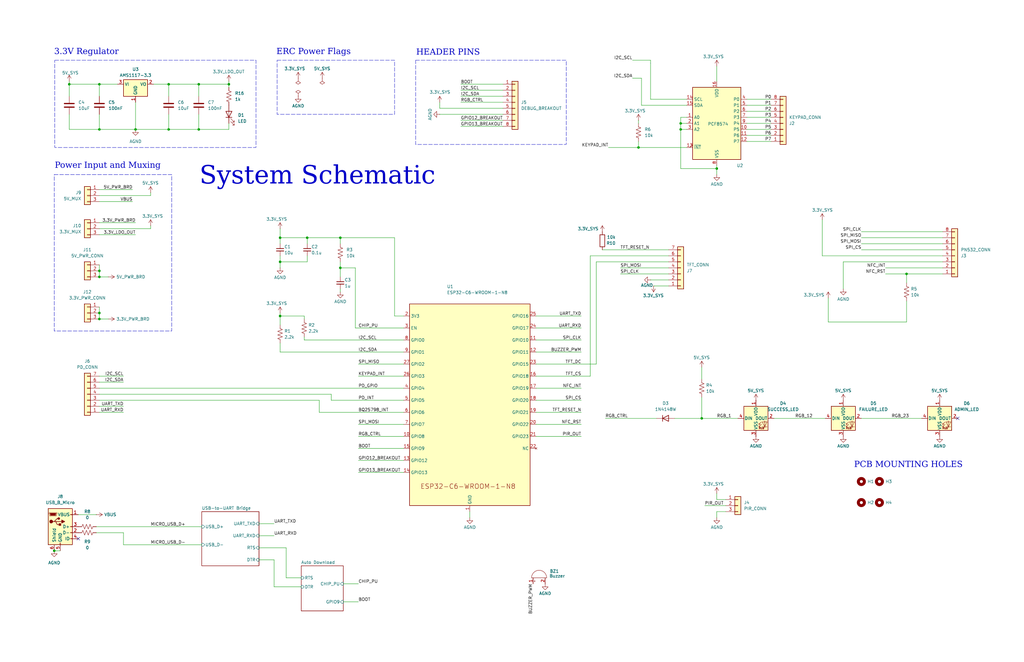
<source format=kicad_sch>
(kicad_sch (version 20231120) (generator "eeschema") (generator_version "8.0")
  (paper "B")
  (title_block (title "SCAN") (date "2025-01-30") (rev "v1.1") (company "Senior Design Group 35"))
  (lib_symbols
    (symbol "Conn_01x03_1" (pin_names (offset 1.016) hide)
      (property "Reference" "J" (at 0 5.08 0))
      (property "Value" "Conn_01x03" (at 0 -5.08 0))
      (symbol "Conn_01x03_1_1_1"
        (pin passive line (at -5.08 2.54 0) (length 3.81) (name "Pin_1") (number "1"))
        (pin passive line (at -5.08 0 0) (length 3.81) (name "Pin_2") (number "2"))
        (pin passive line (at -5.08 -2.54 0) (length 3.81) (name "Pin_3") (number "3"))
      )
    )
    (symbol "Connector:USB_B_Micro" (pin_names (offset 1.016))
      (property "Reference" "J" (at -5.08 11.43 0))
      (property "Value" "USB_B_Micro" (at -5.08 8.89 0))
      (symbol "USB_B_Micro_1_1"
        (pin power_out line (at 7.62 5.08 180) (length 2.54) (name "VBUS") (number "1"))
        (pin bidirectional line (at 7.62 -2.54 180) (length 2.54) (name "D-") (number "2"))
        (pin bidirectional line (at 7.62 0 180) (length 2.54) (name "D+") (number "3"))
        (pin passive line (at 7.62 -5.08 180) (length 2.54) (name "ID") (number "4"))
        (pin power_out line (at 0 -10.16 90) (length 2.54) (name "GND") (number "5"))
        (pin passive line (at -2.54 -10.16 90) (length 2.54) (name "Shield") (number "6"))
      )
    )
    (symbol "Connector_Generic:Conn_01x03" (pin_names (offset 1.016) hide)
      (property "Reference" "J" (at 0 5.08 0))
      (property "Value" "Conn_01x03" (at 0 -5.08 0))
      (symbol "Conn_01x03_1_1"
        (pin passive line (at -5.08 2.54 0) (length 3.81) (name "Pin_1") (number "1"))
        (pin passive line (at -5.08 0 0) (length 3.81) (name "Pin_2") (number "2"))
        (pin passive line (at -5.08 -2.54 0) (length 3.81) (name "Pin_3") (number "3"))
      )
    )
    (symbol "Connector_Generic:Conn_01x07" (pin_names (offset 1.016) hide)
      (property "Reference" "J" (at 0 10.16 0))
      (property "Value" "Conn_01x07" (at 0 -10.16 0))
      (symbol "Conn_01x07_1_1"
        (pin passive line (at -5.08 7.62 0) (length 3.81) (name "Pin_1") (number "1"))
        (pin passive line (at -5.08 5.08 0) (length 3.81) (name "Pin_2") (number "2"))
        (pin passive line (at -5.08 2.54 0) (length 3.81) (name "Pin_3") (number "3"))
        (pin passive line (at -5.08 0 0) (length 3.81) (name "Pin_4") (number "4"))
        (pin passive line (at -5.08 -2.54 0) (length 3.81) (name "Pin_5") (number "5"))
        (pin passive line (at -5.08 -5.08 0) (length 3.81) (name "Pin_6") (number "6"))
        (pin passive line (at -5.08 -7.62 0) (length 3.81) (name "Pin_7") (number "7"))
      )
    )
    (symbol "Connector_Generic:Conn_01x08" (pin_names (offset 1.016) hide)
      (property "Reference" "J" (at 0 10.16 0))
      (property "Value" "Conn_01x08" (at 0 -12.7 0))
      (symbol "Conn_01x08_1_1"
        (pin passive line (at -5.08 7.62 0) (length 3.81) (name "Pin_1") (number "1"))
        (pin passive line (at -5.08 5.08 0) (length 3.81) (name "Pin_2") (number "2"))
        (pin passive line (at -5.08 2.54 0) (length 3.81) (name "Pin_3") (number "3"))
        (pin passive line (at -5.08 0 0) (length 3.81) (name "Pin_4") (number "4"))
        (pin passive line (at -5.08 -2.54 0) (length 3.81) (name "Pin_5") (number "5"))
        (pin passive line (at -5.08 -5.08 0) (length 3.81) (name "Pin_6") (number "6"))
        (pin passive line (at -5.08 -7.62 0) (length 3.81) (name "Pin_7") (number "7"))
        (pin passive line (at -5.08 -10.16 0) (length 3.81) (name "Pin_8") (number "8"))
      )
    )
    (symbol "Device:Buzzer" (pin_names (offset 0.0254) hide)
      (property "Reference" "BZ" (at 3.81 1.27 0))
      (property "Value" "Buzzer" (at 3.81 -1.27 0))
      (symbol "Buzzer_1_1"
        (pin passive line (at -2.54 2.54 0) (length 2.54) (name "+") (number "1"))
        (pin passive line (at -2.54 -2.54 0) (length 2.54) (name "-") (number "2"))
      )
    )
    (symbol "Device:C" (pin_numbers hide) (pin_names (offset 0.254))
      (property "Reference" "C" (at 0.635 2.54 0))
      (property "Value" "C" (at 0.635 -2.54 0))
      (symbol "C_1_1"
        (pin passive line (at 0 3.81 270) (length 2.794) (name "~") (number "1"))
        (pin passive line (at 0 -3.81 90) (length 2.794) (name "~") (number "2"))
      )
    )
    (symbol "Device:C_Small" (pin_numbers hide) (pin_names (offset 0.254) hide)
      (property "Reference" "C" (at 0.254 1.778 0))
      (property "Value" "C_Small" (at 0.254 -2.032 0))
      (symbol "C_Small_1_1"
        (pin passive line (at 0 2.54 270) (length 2.032) (name "~") (number "1"))
        (pin passive line (at 0 -2.54 90) (length 2.032) (name "~") (number "2"))
      )
    )
    (symbol "Device:LED" (pin_numbers hide) (pin_names (offset 1.016) hide)
      (property "Reference" "D" (at 0 2.54 0))
      (property "Value" "LED" (at 0 -2.54 0))
      (symbol "LED_1_1"
        (pin passive line (at -3.81 0 0) (length 2.54) (name "K") (number "1"))
        (pin passive line (at 3.81 0 180) (length 2.54) (name "A") (number "2"))
      )
    )
    (symbol "Device:R" (pin_numbers hide) (pin_names (offset 0))
      (property "Reference" "R" (at 2.032 0 90))
      (property "Value" "R" (at 0 0 90))
      (symbol "R_1_1"
        (pin passive line (at 0 3.81 270) (length 1.27) (name "~") (number "1"))
        (pin passive line (at 0 -3.81 90) (length 1.27) (name "~") (number "2"))
      )
    )
    (symbol "Device:R_US" (pin_numbers hide) (pin_names (offset 0))
      (property "Reference" "R" (at 2.54 0 90))
      (property "Value" "R_US" (at -2.54 0 90))
      (symbol "R_US_1_1"
        (pin passive line (at 0 3.81 270) (length 1.27) (name "~") (number "1"))
        (pin passive line (at 0 -3.81 90) (length 1.27) (name "~") (number "2"))
      )
    )
    (symbol "Diode:1N4148W" (pin_numbers hide) (pin_names hide)
      (property "Reference" "D" (at 0 2.54 0))
      (property "Value" "1N4148W" (at 0 -2.54 0))
      (symbol "1N4148W_1_1"
        (pin passive line (at -3.81 0 0) (length 2.54) (name "K") (number "1"))
        (pin passive line (at 3.81 0 180) (length 2.54) (name "A") (number "2"))
      )
    )
    (symbol "Interface_Expansion:PCF8574"
      (property "Reference" "U" (at -8.89 16.51 0))
      (property "Value" "PCF8574" (at 2.54 16.51 0))
      (symbol "PCF8574_1_1"
        (pin input line (at -12.7 2.54 0) (length 2.54) (name "A0") (number "1"))
        (pin bidirectional line (at 12.7 -2.54 180) (length 2.54) (name "P5") (number "10"))
        (pin bidirectional line (at 12.7 -5.08 180) (length 2.54) (name "P6") (number "11"))
        (pin bidirectional line (at 12.7 -7.62 180) (length 2.54) (name "P7") (number "12"))
        (pin open_collector output_low (at -12.7 -10.16 0) (length 2.54) (name "~{INT}") (number "13"))
        (pin input line (at -12.7 10.16 0) (length 2.54) (name "SCL") (number "14"))
        (pin bidirectional line (at -12.7 7.62 0) (length 2.54) (name "SDA") (number "15"))
        (pin power_in line (at 0 17.78 270) (length 2.54) (name "VDD") (number "16"))
        (pin input line (at -12.7 0 0) (length 2.54) (name "A1") (number "2"))
        (pin input line (at -12.7 -2.54 0) (length 2.54) (name "A2") (number "3"))
        (pin bidirectional line (at 12.7 10.16 180) (length 2.54) (name "P0") (number "4"))
        (pin bidirectional line (at 12.7 7.62 180) (length 2.54) (name "P1") (number "5"))
        (pin bidirectional line (at 12.7 5.08 180) (length 2.54) (name "P2") (number "6"))
        (pin bidirectional line (at 12.7 2.54 180) (length 2.54) (name "P3") (number "7"))
        (pin power_in line (at 0 -17.78 90) (length 2.54) (name "VSS") (number "8"))
        (pin bidirectional line (at 12.7 0 180) (length 2.54) (name "P4") (number "9"))
      )
    )
    (symbol "LED:WS2812B" (pin_names (offset 0.254))
      (property "Reference" "D" (at 5.08 5.715 0))
      (property "Value" "WS2812B" (at 1.27 -5.715 0))
      (symbol "WS2812B_0_0"
        (text "RGB" (at 2.286 -4.191 0) (effects (font (size 0.762 0.762))))
      )
      (symbol "WS2812B_1_1"
        (pin power_in line (at 0 7.62 270) (length 2.54) (name "VDD") (number "1"))
        (pin output line (at 7.62 0 180) (length 2.54) (name "DOUT") (number "2"))
        (pin power_in line (at 0 -7.62 90) (length 2.54) (name "VSS") (number "3"))
        (pin input line (at -7.62 0 0) (length 2.54) (name "DIN") (number "4"))
      )
    )
    (symbol "Mechanical:MountingHole" (pin_names (offset 1.016)) (exclude_from_sim yes) (in_bom no)
      (property "Reference" "H" (at 0 5.08 0))
      (property "Value" "MountingHole" (at 0 3.175 0))
    )
    (symbol "PCM_Espressif:ESP32-C6-WROOM-1"
      (property "Reference" "U1" (at -9.652 40.386 0))
      (property "Value" "ESP32-C6-WROOM-1-N8" (at -9.652 37.846 0))
      (symbol "ESP32-C6-WROOM-1_1_0"
        (text "ESP32-C6-WROOM-1-N8" (at -0.762 -43.942 0) (effects (font (size 2 2))))
      )
      (symbol "ESP32-C6-WROOM-1_1_1"
        (pin power_in line (at 0 -54.61 90) (length 2.54) (name "GND") (number "1"))
        (pin bidirectional line (at -27.94 -22.86 0) (length 2.54) (name "GPIO8") (number "10"))
        (pin bidirectional line (at 27.94 17.78 180) (length 2.54) (name "GPIO10") (number "11"))
        (pin bidirectional line (at 27.94 12.7 180) (length 2.54) (name "GPIO11") (number "12"))
        (pin bidirectional line (at -27.94 -33.02 0) (length 2.54) (name "GPIO12") (number "13"))
        (pin bidirectional line (at -27.94 -38.1 0) (length 2.54) (name "GPIO13") (number "14"))
        (pin bidirectional line (at -27.94 -27.94 0) (length 2.54) (name "GPIO9") (number "15"))
        (pin bidirectional line (at 27.94 2.54 180) (length 2.54) (name "GPIO18") (number "16"))
        (pin bidirectional line (at 27.94 -2.54 180) (length 2.54) (name "GPIO19") (number "17"))
        (pin bidirectional line (at 27.94 -7.62 180) (length 2.54) (name "GPIO20") (number "18"))
        (pin bidirectional line (at 27.94 -12.7 180) (length 2.54) (name "GPIO21") (number "19"))
        (pin power_in line (at -27.94 27.94 0) (length 2.54) (name "3V3") (number "2"))
        (pin bidirectional line (at 27.94 -17.78 180) (length 2.54) (name "GPIO22") (number "20"))
        (pin bidirectional line (at 27.94 -22.86 180) (length 2.54) (name "GPIO23") (number "21"))
        (pin no_connect line (at 27.94 -27.94 180) (length 2.54) (name "NC") (number "22"))
        (pin bidirectional line (at 27.94 7.62 180) (length 2.54) (name "GPIO15") (number "23"))
        (pin bidirectional line (at 27.94 22.86 180) (length 2.54) (name "GPIO17") (number "24"))
        (pin bidirectional line (at 27.94 27.94 180) (length 2.54) (name "GPIO16") (number "25"))
        (pin bidirectional line (at -27.94 2.54 0) (length 2.54) (name "GPIO3") (number "26"))
        (pin bidirectional line (at -27.94 7.62 0) (length 2.54) (name "GPIO2") (number "27"))
        (pin input line (at -27.94 22.86 0) (length 2.54) (name "EN") (number "3"))
        (pin bidirectional line (at -27.94 -2.54 0) (length 2.54) (name "GPIO4") (number "4"))
        (pin bidirectional line (at -27.94 -7.62 0) (length 2.54) (name "GPIO5") (number "5"))
        (pin bidirectional line (at -27.94 -12.7 0) (length 2.54) (name "GPIO6") (number "6"))
        (pin bidirectional line (at -27.94 -17.78 0) (length 2.54) (name "GPIO7") (number "7"))
        (pin bidirectional line (at -27.94 17.78 0) (length 2.54) (name "GPIO0") (number "8"))
        (pin bidirectional line (at -27.94 12.7 0) (length 2.54) (name "GPIO1") (number "9"))
      )
    )
    (symbol "Regulator_Linear:AMS1117-3.3"
      (property "Reference" "U" (at -3.81 3.175 0))
      (property "Value" "AMS1117-3.3" (at 0 3.175 0))
      (symbol "AMS1117-3.3_1_1"
        (pin power_in line (at 0 -7.62 90) (length 2.54) (name "GND") (number "1"))
        (pin power_out line (at 7.62 0 180) (length 2.54) (name "VO") (number "2"))
        (pin power_in line (at -7.62 0 0) (length 2.54) (name "VI") (number "3"))
      )
    )
    (symbol "power:+3.3V" (power) (pin_numbers hide) (pin_names (offset 0) hide)
      (property "Value" "+3.3V" (at 0 3.556 0))
      (symbol "+3.3V_1_1"
        (pin power_in line (at 0 0 90) (length 0) (name "~") (number "1"))
      )
    )
    (symbol "power:GND" (power) (pin_numbers hide) (pin_names (offset 0) hide)
      (property "Value" "GND" (at 0 -3.81 0))
      (symbol "GND_1_1"
        (pin power_in line (at 0 0 270) (length 0) (name "~") (number "1"))
      )
    )
    (symbol "power:PWR_FLAG" (power) (pin_numbers hide) (pin_names (offset 0) hide)
      (property "Value" "PWR_FLAG" (at 0 3.81 0))
      (symbol "PWR_FLAG_0_0"
        (pin power_out line (at 0 0 90) (length 0) (name "~") (number "1"))
      )
    )
  )
  (junction (at 302.26 71.12))
  (junction (at 41.91 134.62))
  (junction (at 118.11 100.33))
  (junction (at 83.82 35.56))
  (junction (at 143.51 100.33))
  (junction (at 143.51 113.03))
  (junction (at 71.12 54.61))
  (junction (at 41.91 132.08))
  (junction (at 118.11 133.35))
  (junction (at 41.91 54.61))
  (junction (at 22.86 232.41))
  (junction (at 41.91 116.84))
  (junction (at 295.91 176.53))
  (junction (at 118.11 110.49))
  (junction (at 382.27 115.57))
  (junction (at 41.91 114.3))
  (junction (at 71.12 35.56))
  (junction (at 96.52 35.56))
  (junction (at 287.02 54.61))
  (junction (at 57.15 54.61))
  (junction (at 129.54 100.33))
  (junction (at 29.21 35.56))
  (junction (at 269.24 62.23))
  (junction (at 41.91 35.56))
  (junction (at 83.82 54.61))
  (junction (at 287.02 52.07))
  (no_connect (at 403.86 176.53))
  (no_connect (at 33.02 227.33))
  (wire (pts (xy 349.25 135.89) (xy 349.25 125.73)))
  (wire (pts (xy 120.65 243.84) (xy 120.65 231.14)))
  (wire (pts (xy 118.11 144.78) (xy 118.11 148.59)))
  (wire (pts (xy 274.32 41.91) (xy 289.56 41.91)))
  (wire (pts (xy 71.12 35.56) (xy 83.82 35.56)))
  (wire (pts (xy 128.27 133.35) (xy 118.11 133.35)))
  (wire (pts (xy 266.7 33.02) (xy 270.51 33.02)))
  (wire (pts (xy 118.11 148.59) (xy 170.18 148.59)))
  (wire (pts (xy 287.02 52.07) (xy 287.02 54.61)))
  (wire (pts (xy 270.51 44.45) (xy 289.56 44.45)))
  (wire (pts (xy 363.22 176.53) (xy 388.62 176.53)))
  (wire (pts (xy 269.24 62.23) (xy 269.24 59.69)))
  (wire (pts (xy 45.72 134.62) (xy 41.91 134.62)))
  (wire (pts (xy 194.31 43.18) (xy 212.09 43.18)))
  (wire (pts (xy 185.42 45.72) (xy 212.09 45.72)))
  (wire (pts (xy 295.91 176.53) (xy 311.15 176.53)))
  (wire (pts (xy 83.82 35.56) (xy 96.52 35.56)))
  (wire (pts (xy 71.12 35.56) (xy 71.12 40.64)))
  (wire (pts (xy 266.7 25.4) (xy 274.32 25.4)))
  (wire (pts (xy 128.27 142.24) (xy 128.27 143.51)))
  (wire (pts (xy 151.13 254) (xy 144.78 254)))
  (wire (pts (xy 281.94 110.49) (xy 251.46 110.49)))
  (wire (pts (xy 134.62 173.99) (xy 170.18 173.99)))
  (wire (pts (xy 269.24 50.8) (xy 269.24 52.07)))
  (wire (pts (xy 166.37 100.33) (xy 166.37 133.35)))
  (wire (pts (xy -24.13 106.68) (xy -22.86 106.68)))
  (wire (pts (xy 71.12 54.61) (xy 83.82 54.61)))
  (wire (pts (xy 128.27 143.51) (xy 170.18 143.51)))
  (wire (pts (xy 57.15 43.18) (xy 57.15 54.61)))
  (wire (pts (xy 302.26 215.9) (xy 302.26 218.44)))
  (wire (pts (xy 52.07 229.87) (xy 85.09 229.87)))
  (wire (pts (xy 255.27 176.53) (xy 276.86 176.53)))
  (wire (pts (xy 41.91 111.76) (xy 41.91 114.3)))
  (wire (pts (xy 382.27 115.57) (xy 397.51 115.57)))
  (wire (pts (xy 41.91 114.3) (xy 41.91 116.84)))
  (wire (pts (xy 314.96 52.07) (xy 325.12 52.07)))
  (wire (pts (xy 143.51 100.33) (xy 143.51 102.87)))
  (wire (pts (xy 302.26 27.94) (xy 302.26 34.29)))
  (wire (pts (xy 151.13 179.07) (xy 170.18 179.07)))
  (wire (pts (xy 41.91 85.09) (xy 55.88 85.09)))
  (wire (pts (xy 269.24 62.23) (xy 289.56 62.23)))
  (wire (pts (xy 52.07 229.87) (xy 52.07 224.79)))
  (wire (pts (xy 287.02 54.61) (xy 289.56 54.61)))
  (wire (pts (xy 346.71 107.95) (xy 397.51 107.95)))
  (wire (pts (xy 314.96 54.61) (xy 325.12 54.61)))
  (wire (pts (xy 226.06 168.91) (xy 245.11 168.91)))
  (wire (pts (xy 261.62 115.57) (xy 281.94 115.57)))
  (wire (pts (xy 29.21 35.56) (xy 41.91 35.56)))
  (wire (pts (xy 120.65 243.84) (xy 127 243.84)))
  (wire (pts (xy 325.12 44.45) (xy 314.96 44.45)))
  (wire (pts (xy 63.5 81.28) (xy 63.5 82.55)))
  (wire (pts (xy 166.37 100.33) (xy 143.51 100.33)))
  (wire (pts (xy 151.13 158.75) (xy 170.18 158.75)))
  (wire (pts (xy 41.91 129.54) (xy 41.91 132.08)))
  (wire (pts (xy 115.57 247.65) (xy 115.57 236.22)))
  (wire (pts (xy 41.91 54.61) (xy 41.91 48.26)))
  (wire (pts (xy 151.13 184.15) (xy 170.18 184.15)))
  (wire (pts (xy 198.12 215.9) (xy 198.12 218.44)))
  (wire (pts (xy 41.91 132.08) (xy 41.91 134.62)))
  (wire (pts (xy 281.94 107.95) (xy 248.92 107.95)))
  (wire (pts (xy 226.06 184.15) (xy 245.11 184.15)))
  (wire (pts (xy 270.51 33.02) (xy 270.51 44.45)))
  (wire (pts (xy 41.91 80.01) (xy 55.88 80.01)))
  (wire (pts (xy 149.86 113.03) (xy 149.86 138.43)))
  (wire (pts (xy 274.32 118.11) (xy 281.94 118.11)))
  (wire (pts (xy 52.07 173.99) (xy 41.91 173.99)))
  (wire (pts (xy 382.27 115.57) (xy 382.27 119.38)))
  (wire (pts (xy 64.77 35.56) (xy 71.12 35.56)))
  (wire (pts (xy 139.7 168.91) (xy 139.7 166.37)))
  (wire (pts (xy 355.6 121.92) (xy 355.6 110.49)))
  (wire (pts (xy 363.22 97.79) (xy 397.51 97.79)))
  (wire (pts (xy 96.52 36.83) (xy 96.52 35.56)))
  (wire (pts (xy 118.11 110.49) (xy 129.54 110.49)))
  (wire (pts (xy 166.37 133.35) (xy 170.18 133.35)))
  (wire (pts (xy 254 105.41) (xy 281.94 105.41)))
  (wire (pts (xy 194.31 53.34) (xy 212.09 53.34)))
  (wire (pts (xy 194.31 38.1) (xy 212.09 38.1)))
  (wire (pts (xy 194.31 50.8) (xy 212.09 50.8)))
  (wire (pts (xy 41.91 93.98) (xy 57.15 93.98)))
  (wire (pts (xy 194.31 40.64) (xy 212.09 40.64)))
  (wire (pts (xy 314.96 59.69) (xy 325.12 59.69)))
  (wire (pts (xy 129.54 100.33) (xy 143.51 100.33)))
  (wire (pts (xy 41.91 35.56) (xy 41.91 40.64)))
  (wire (pts (xy 118.11 132.08) (xy 118.11 133.35)))
  (wire (pts (xy 41.91 35.56) (xy 49.53 35.56)))
  (wire (pts (xy 134.62 168.91) (xy 134.62 173.99)))
  (wire (pts (xy 52.07 171.45) (xy 41.91 171.45)))
  (wire (pts (xy 41.91 163.83) (xy 170.18 163.83)))
  (wire (pts (xy 41.91 54.61) (xy 57.15 54.61)))
  (wire (pts (xy 57.15 54.61) (xy 71.12 54.61)))
  (wire (pts (xy 29.21 35.56) (xy 29.21 40.64)))
  (wire (pts (xy 115.57 236.22) (xy 109.22 236.22)))
  (wire (pts (xy 120.65 231.14) (xy 109.22 231.14)))
  (wire (pts (xy 326.39 176.53) (xy 347.98 176.53)))
  (wire (pts (xy 83.82 54.61) (xy 96.52 54.61)))
  (wire (pts (xy 139.7 168.91) (xy 170.18 168.91)))
  (wire (pts (xy 33.02 217.17) (xy 40.64 217.17)))
  (wire (pts (xy 29.21 48.26) (xy 29.21 54.61)))
  (wire (pts (xy 363.22 105.41) (xy 397.51 105.41)))
  (wire (pts (xy 287.02 49.53) (xy 289.56 49.53)))
  (wire (pts (xy 245.11 138.43) (xy 226.06 138.43)))
  (wire (pts (xy 251.46 153.67) (xy 226.06 153.67)))
  (wire (pts (xy 373.38 115.57) (xy 382.27 115.57)))
  (wire (pts (xy 118.11 102.87) (xy 118.11 100.33)))
  (wire (pts (xy 118.11 133.35) (xy 118.11 137.16)))
  (wire (pts (xy 251.46 110.49) (xy 251.46 153.67)))
  (wire (pts (xy 118.11 100.33) (xy 129.54 100.33)))
  (wire (pts (xy 261.62 113.03) (xy 281.94 113.03)))
  (wire (pts (xy 287.02 49.53) (xy 287.02 52.07)))
  (wire (pts (xy 22.86 232.41) (xy 25.4 232.41)))
  (wire (pts (xy 41.91 99.06) (xy 57.15 99.06)))
  (wire (pts (xy 325.12 41.91) (xy 314.96 41.91)))
  (wire (pts (xy 287.02 54.61) (xy 287.02 71.12)))
  (wire (pts (xy 29.21 34.29) (xy 29.21 35.56)))
  (wire (pts (xy 295.91 167.64) (xy 295.91 176.53)))
  (wire (pts (xy 302.26 210.82) (xy 302.26 208.28)))
  (wire (pts (xy 306.07 213.36) (xy 297.18 213.36)))
  (wire (pts (xy 287.02 71.12) (xy 302.26 71.12)))
  (wire (pts (xy 245.11 133.35) (xy 226.06 133.35)))
  (wire (pts (xy 143.51 121.92) (xy 143.51 123.19)))
  (wire (pts (xy 40.64 222.25) (xy 85.09 222.25)))
  (wire (pts (xy 185.42 48.26) (xy 212.09 48.26)))
  (wire (pts (xy 274.32 25.4) (xy 274.32 41.91)))
  (wire (pts (xy 256.54 62.23) (xy 269.24 62.23)))
  (wire (pts (xy 382.27 135.89) (xy 349.25 135.89)))
  (wire (pts (xy 325.12 49.53) (xy 314.96 49.53)))
  (wire (pts (xy 151.13 199.39) (xy 170.18 199.39)))
  (wire (pts (xy 306.07 210.82) (xy 302.26 210.82)))
  (wire (pts (xy 143.51 110.49) (xy 143.51 113.03)))
  (wire (pts (xy 83.82 48.26) (xy 83.82 54.61)))
  (wire (pts (xy 185.42 43.18) (xy 185.42 45.72)))
  (wire (pts (xy 373.38 113.03) (xy 397.51 113.03)))
  (wire (pts (xy 245.11 143.51) (xy 226.06 143.51)))
  (wire (pts (xy 226.06 179.07) (xy 245.11 179.07)))
  (wire (pts (xy 149.86 138.43) (xy 170.18 138.43)))
  (wire (pts (xy 194.31 35.56) (xy 212.09 35.56)))
  (wire (pts (xy 346.71 92.71) (xy 346.71 107.95)))
  (wire (pts (xy 40.64 224.79) (xy 52.07 224.79)))
  (wire (pts (xy 52.07 161.29) (xy 41.91 161.29)))
  (wire (pts (xy 83.82 35.56) (xy 83.82 40.64)))
  (wire (pts (xy 109.22 220.98) (xy 115.57 220.98)))
  (wire (pts (xy 41.91 158.75) (xy 52.07 158.75)))
  (wire (pts (xy 306.07 215.9) (xy 302.26 215.9)))
  (wire (pts (xy 287.02 52.07) (xy 289.56 52.07)))
  (wire (pts (xy 109.22 226.06) (xy 115.57 226.06)))
  (wire (pts (xy 29.21 54.61) (xy 41.91 54.61)))
  (wire (pts (xy 248.92 107.95) (xy 248.92 158.75)))
  (wire (pts (xy 363.22 100.33) (xy 397.51 100.33)))
  (wire (pts (xy 115.57 247.65) (xy 127 247.65)))
  (wire (pts (xy 382.27 127) (xy 382.27 135.89)))
  (wire (pts (xy 314.96 57.15) (xy 325.12 57.15)))
  (wire (pts (xy 363.22 102.87) (xy 397.51 102.87)))
  (wire (pts (xy 295.91 154.94) (xy 295.91 160.02)))
  (wire (pts (xy 118.11 110.49) (xy 118.11 113.03)))
  (wire (pts (xy 96.52 52.07) (xy 96.52 54.61)))
  (wire (pts (xy 151.13 189.23) (xy 170.18 189.23)))
  (wire (pts (xy 151.13 194.31) (xy 170.18 194.31)))
  (wire (pts (xy 129.54 107.95) (xy 129.54 110.49)))
  (wire (pts (xy 302.26 71.12) (xy 302.26 69.85)))
  (wire (pts (xy 275.59 120.65) (xy 281.94 120.65)))
  (wire (pts (xy 226.06 158.75) (xy 248.92 158.75)))
  (wire (pts (xy 284.48 176.53) (xy 295.91 176.53)))
  (wire (pts (xy 118.11 96.52) (xy 118.11 100.33)))
  (wire (pts (xy 302.26 73.66) (xy 302.26 71.12)))
  (wire (pts (xy 151.13 153.67) (xy 170.18 153.67)))
  (wire (pts (xy 245.11 173.99) (xy 226.06 173.99)))
  (wire (pts (xy 45.72 116.84) (xy 41.91 116.84)))
  (wire (pts (xy 41.91 166.37) (xy 139.7 166.37)))
  (wire (pts (xy 355.6 110.49) (xy 397.51 110.49)))
  (wire (pts (xy 226.06 163.83) (xy 245.11 163.83)))
  (wire (pts (xy 143.51 113.03) (xy 143.51 116.84)))
  (wire (pts (xy 149.86 113.03) (xy 143.51 113.03)))
  (wire (pts (xy 129.54 102.87) (xy 129.54 100.33)))
  (wire (pts (xy 41.91 168.91) (xy 134.62 168.91)))
  (wire (pts (xy 325.12 46.99) (xy 314.96 46.99)))
  (wire (pts (xy 144.78 246.38) (xy 151.13 246.38)))
  (wire (pts (xy 71.12 54.61) (xy 71.12 48.26)))
  (wire (pts (xy 118.11 107.95) (xy 118.11 110.49)))
  (wire (pts (xy 128.27 134.62) (xy 128.27 133.35)))
  (wire (pts (xy 63.5 96.52) (xy 41.91 96.52)))
  (wire (pts (xy 63.5 82.55) (xy 41.91 82.55)))
  (wire (pts (xy 245.11 148.59) (xy 226.06 148.59)))
  (wire (pts (xy 96.52 34.29) (xy 96.52 35.56)))
  (wire (pts (xy 63.5 95.25) (xy 63.5 96.52)))
  (rectangle (start 274.32 26.67) (end 274.32 26.67))
  (rectangle (start 116.84 25.4) (end 166.37 48.26) (stroke (width 0) (type dash)))
  (rectangle (start 22.86 73.66) (end 72.39 139.7) (stroke (width 0) (type dash)))
  (rectangle (start 23.114 25.4) (end 107.95 62.23) (stroke (width 0) (type dash)))
  (rectangle (start 175.26 25.4) (end 238.76 60.96) (stroke (width 0) (type dash)))
  (text "HEADER PINS" (at 175.514 24.384 0) (effects (font (size 2.54 2.54) (thickness 0.3175)) (justify left bottom)))
  (text "System Schematic" (at 133.858 76.454 0) (effects (font (size 7.62 7.62) (thickness 0.9525))))
  (text "ERC Power Flags" (at 116.586 24.13 0) (effects (font (size 2.54 2.54) (thickness 0.3175)) (justify left bottom)))
  (text "PCB MOUNTING HOLES" (at 360.172 198.374 0) (effects (font (size 2.54 2.54) (thickness 0.3175)) (justify left bottom)))
  (text "3.3V Regulator" (at 22.86 24.13 0) (effects (font (size 2.54 2.54) (thickness 0.3175)) (justify left bottom)))
  (text "Power Input and Muxing" (at 23.114 72.136 0) (effects (font (size 2.54 2.54) (thickness 0.3175)) (justify left bottom)))
  (label "GPIO13_BREAKOUT" (at 194.31 53.34 0))
  (label "3.3V_LDO_OUT" (at 57.15 99.06 180))
  (label "UART_RXD" (at 245.11 138.43 180))
  (label "SPI_MOSI" (at 151.13 179.07 0))
  (label "PIR_OUT" (at 297.18 213.36 0))
  (label "NFC_RST" (at 245.11 179.07 180))
  (label "P2" (at 322.58 46.99 0))
  (label "MICRO_USB_D-" (at 63.5 229.87 0))
  (label "BOOT" (at 151.13 189.23 0))
  (label "RGB_CTRL" (at 194.31 43.18 0))
  (label "NFC_INT" (at 373.38 113.03 180))
  (label "GPIO12_BREAKOUT" (at 194.31 50.8 0))
  (label "RGB_12" (at 335.28 176.53 0))
  (label "P1" (at 322.58 44.45 0))
  (label "SPI_CLK" (at 363.22 97.79 180))
  (label "UART_TXD" (at 245.11 133.35 180))
  (label "KEYPAD_INT" (at 151.13 158.75 0))
  (label "NFC_RST" (at 373.38 115.57 180))
  (label "TFT_RESET_N" (at 261.62 105.41 0))
  (label "SPI_CS" (at 363.22 105.41 180))
  (label "RGB_1" (at 302.26 176.53 0))
  (label "RGB_CTRL" (at 151.13 184.15 0))
  (label "SPI_MISO" (at 151.13 153.67 0))
  (label "P0" (at 322.58 41.91 0))
  (label "BUZZER_PWM" (at 245.11 148.59 180))
  (label "UART_RXD" (at 115.57 226.06 0))
  (label "P7" (at 322.58 59.69 0))
  (label "TFT_DC" (at 245.11 153.67 180))
  (label "TFT_CS" (at 245.11 158.75 180))
  (label "RGB_23" (at 375.92 176.53 0))
  (label "VBUS" (at 55.88 85.09 180))
  (label "P4" (at 322.58 52.07 0))
  (label "SPI_CS" (at 245.11 168.91 180))
  (label "RGB_CTRL" (at 255.27 176.53 0))
  (label "I2C_SDA" (at 266.7 33.02 180))
  (label "SPI_MISO" (at 363.22 100.33 180))
  (label "PD_INT" (at 151.13 168.91 0))
  (label "5V_PWR_BRD" (at 55.88 80.01 180))
  (label "SPI_MOSI" (at 363.22 102.87 180))
  (label "CHIP_PU" (at 151.13 138.43 0))
  (label "PD_GPIO" (at 151.13 163.83 0))
  (label "BOOT" (at 194.31 35.56 0))
  (label "I2C_SCL" (at 194.31 38.1 0))
  (label "I2C_SDA" (at 52.07 161.29 180))
  (label "BQ25798_INT" (at 163.83 173.99 180))
  (label "UART_TXD" (at 52.07 171.45 180))
  (label "I2C_SCL" (at 266.7 25.4 180))
  (label "3.3V_PWR_BRD" (at 57.15 93.98 180))
  (label "NFC_INT" (at 245.11 163.83 180))
  (label "P6" (at 322.58 57.15 0))
  (label "GPIO13_BREAKOUT" (at 151.13 199.39 0))
  (label "I2C_SDA" (at 151.13 148.59 0))
  (label "P5" (at 322.58 54.61 0))
  (label "SPI_MOSI" (at 261.62 113.03 0))
  (label "PIR_OUT" (at 245.11 184.15 180))
  (label "I2C_SCL" (at 151.13 143.51 0))
  (label "KEYPAD_INT" (at 256.54 62.23 180))
  (label "P3" (at 322.58 49.53 0))
  (label "SPI_CLK" (at 245.11 143.51 180))
  (label "I2C_SCL" (at 52.07 158.75 180))
  (label "BUZZER_PWM" (at 224.79 246.38 270))
  (label "GPIO12_BREAKOUT" (at 151.13 194.31 0))
  (label "UART_RXD" (at 52.07 173.99 180))
  (label "UART_TXD" (at 115.57 220.98 0))
  (label "MICRO_USB_D+" (at 63.5 222.25 0))
  (label "BOOT" (at 151.13 254 0))
  (label "TFT_RESET_N" (at 245.11 173.99 180))
  (label "CHIP_PU" (at 151.13 246.38 0))
  (label "I2C_SDA" (at 194.31 40.64 0))
  (label "SPI_CLK" (at 261.62 115.57 0))
  (symbol (lib_id "power:+3.3V") (at 45.72 116.84 270) (mirror x) (unit 1)
    (property "Reference" "#PWR046" (effects (hide yes)))
    (property "Value" "5V_PWR_BRD" (at 49.022 116.84 90) (effects (justify left)))
    (property "Description" "Power symbol creates a global label with name \"+3.3V\"" (effects (hide yes)))
  )
  (symbol (lib_id "PCM_Espressif:ESP32-C6-WROOM-1") (at 198.12 161.29 0) (unit 1)
    (property "Reference" "U1" (at 188.468 120.904 0) (effects (justify left)))
    (property "Value" "ESP32-C6-WROOM-1-N8" (at 188.468 123.444 0) (effects (justify left)))
    (property "Footprint" "SCAN_footprints:ESP32-C6-WROOM-1-N8" (effects (hide yes)))
    (property "Datasheet" "https://www.espressif.com/sites/default/files/documentation/esp32-c6-wroom-1_wroom-1u_datasheet_en.pdf" (effects (hide yes)))
    (property "Description" "ESP32-C6-WROOM-1/U is a module that supports 2.4 GHz Wi-Fi 6 (802.11 ax), Bluetooth® 5 (LE), Zigbee and Thread (802.15.4)" (effects (hide yes)))
  )
  (symbol (lib_id "power:+3.3V") (at 63.5 95.25 0) (unit 1)
    (property "Reference" "#PWR043" (effects (hide yes)))
    (property "Value" "3.3V_SYS" (at 59.944 91.186 0) (effects (justify left)))
    (property "Description" "Power symbol creates a global label with name \"+3.3V\"" (effects (hide yes)))
  )
  (symbol (lib_id "Device:R_US") (at 295.91 163.83 0) (unit 1)
    (property "Reference" "R4" (at 297.688 162.56 0) (effects (justify left)))
    (property "Value" "10k" (at 297.688 165.1 0) (effects (justify left)))
    (property "Footprint" "Resistor_SMD:R_0805_2012Metric" (effects (hide yes)))
    (property "Description" "Resistor, US symbol" (effects (hide yes)))
  )
  (symbol (lib_id "Device:C_Small") (at 129.54 105.41 0) (unit 1)
    (property "Reference" "C2" (at 131.318 104.14 0) (effects (justify left)))
    (property "Value" "0.1u" (at 131.318 106.68 0) (effects (justify left)))
    (property "Footprint" "Capacitor_SMD:C_0603_1608Metric" (effects (hide yes)))
    (property "Description" "50V, 10%" (effects (hide yes)))
  )
  (symbol (lib_id "Device:R_US") (at 143.51 106.68 0) (unit 1)
    (property "Reference" "R3" (at 146.05 105.4099 0) (effects (justify left)))
    (property "Value" "10k" (at 146.05 107.9499 0) (effects (justify left)))
    (property "Footprint" "Resistor_SMD:R_0805_2012Metric" (effects (hide yes)))
    (property "Description" "1%" (effects (hide yes)))
  )
  (symbol (lib_id "LED:WS2812B") (at 396.24 176.53 0) (unit 1)
    (property "Reference" "D6" (at 407.67 170.2114 0))
    (property "Value" "ADMIN_LED" (at 407.67 172.7514 0))
    (property "Footprint" "LED_SMD:LED_WS2812B_PLCC4_5.0x5.0mm_P3.2mm" (effects (hide yes)))
    (property "Datasheet" "https://cdn-shop.adafruit.com/datasheets/WS2812B.pdf" (effects (hide yes)))
    (property "Description" "RGB LED with integrated controller" (effects (hide yes)))
  )
  (symbol (lib_id "Regulator_Linear:AMS1117-3.3") (at 57.15 35.56 0) (unit 1)
    (property "Reference" "U3" (at 57.15 29.21 0))
    (property "Value" "AMS1117-3.3" (at 57.15 31.75 0))
    (property "Footprint" "Package_TO_SOT_SMD:SOT-223-3_TabPin2" (effects (hide yes)))
    (property "Datasheet" "http://www.advanced-monolithic.com/pdf/ds1117.pdf" (effects (hide yes)))
    (property "Description" "1A Low Dropout regulator, positive, 3.3V fixed output, SOT-223" (effects (hide yes)))
  )
  (symbol (lib_id "Device:C_Small") (at 143.51 119.38 0) (unit 1)
    (property "Reference" "C3" (at 145.288 118.11 0) (effects (justify left)))
    (property "Value" "1u" (at 145.288 120.65 0) (effects (justify left)))
    (property "Footprint" "Capacitor_SMD:C_0603_1608Metric" (effects (hide yes)))
    (property "Description" "16V, 10%" (effects (hide yes)))
  )
  (symbol (lib_id "Device:Buzzer") (at 227.33 243.84 90) (unit 1)
    (property "Reference" "BZ1" (at 235.712 241.046 90) (effects (justify left)))
    (property "Value" "Buzzer" (at 238.252 243.078 90) (effects (justify left)))
    (property "Footprint" "Buzzer_Beeper:Buzzer_12x9.5RM7.6" (effects (hide yes)))
    (property "Description" "Buzzer, polarized" (effects (hide yes)))
  )
  (symbol (lib_id "power:+3.3V") (at -24.13 106.68 270) (mirror x) (unit 1) (on_board no) (dnp yes)
    (property "Reference" "#PWR019" (effects (hide yes)))
    (property "Value" "5V_PWR_BRD" (at -20.828 106.68 90) (effects (justify left)))
    (property "Description" "Power symbol creates a global label with name \"+3.3V\"" (effects (hide yes)))
  )
  (symbol (lib_id "power:GND") (at 125.73 40.64 0) (unit 1)
    (property "Reference" "#PWR016" (effects (hide yes)))
    (property "Value" "AGND" (at 125.73 44.704 0))
    (property "Description" "Power symbol creates a global label with name \"GND\" , ground" (effects (hide yes)))
  )
  (symbol (lib_id "power:GND") (at 355.6 184.15 0) (unit 1)
    (property "Reference" "#PWR022" (effects (hide yes)))
    (property "Value" "AGND" (at 355.6 188.214 0))
    (property "Description" "Power symbol creates a global label with name \"GND\" , ground" (effects (hide yes)))
  )
  (symbol (lib_id "Interface_Expansion:PCF8574") (at 302.26 52.07 0) (unit 1)
    (property "Reference" "U2" (at 310.642 69.85 0) (effects (justify left)))
    (property "Value" "PCF8574" (at 298.45 52.324 0) (effects (justify left)))
    (property "Footprint" "SCAN_footprints:DIP794W45P254L1969H508Q16" (effects (hide yes)))
    (property "Datasheet" "http://www.nxp.com/docs/en/data-sheet/PCF8574_PCF8574A.pdf" (effects (hide yes)))
    (property "Description" "8 Bit Port/Expander to I2C Bus, DIP/SOIC-16" (effects (hide yes)))
  )
  (symbol (lib_id "power:GND") (at 302.26 73.66 0) (unit 1)
    (property "Reference" "#PWR03" (effects (hide yes)))
    (property "Value" "AGND" (at 302.26 77.724 0))
    (property "Description" "Power symbol creates a global label with name \"GND\" , ground" (effects (hide yes)))
  )
  (symbol (lib_id "power:+3.3V") (at 295.91 154.94 0) (unit 1)
    (property "Reference" "#PWR012" (effects (hide yes)))
    (property "Value" "5V_SYS" (at 292.354 150.876 0) (effects (justify left)))
    (property "Description" "Power symbol creates a global label with name \"+3.3V\"" (effects (hide yes)))
  )
  (symbol (lib_id "power:+3.3V") (at 355.6 168.91 0) (unit 1)
    (property "Reference" "#PWR021" (effects (hide yes)))
    (property "Value" "5V_SYS" (at 352.044 164.846 0) (effects (justify left)))
    (property "Description" "Power symbol creates a global label with name \"+3.3V\"" (effects (hide yes)))
  )
  (symbol (lib_id "power:PWR_FLAG") (at 135.89 33.02 180) (unit 1)
    (property "Reference" "#FLG06" (effects (hide yes)))
    (property "Value" "PWR_FLAG" (effects (hide yes)))
    (property "Description" "Special symbol for telling ERC where power comes from" (effects (hide yes)))
  )
  (symbol (lib_id "Connector_Generic:Conn_01x03") (at 36.83 96.52 0) (mirror y) (unit 1)
    (property "Reference" "J10" (at 34.29 95.2499 0) (effects (justify left)))
    (property "Value" "3.3V_MUX" (at 34.29 97.7899 0) (effects (justify left)))
    (property "Footprint" "Connector_PinHeader_2.54mm:PinHeader_1x03_P2.54mm_Horizontal" (effects (hide yes)))
    (property "Description" "Generic connector, single row, 01x03, script generated (kicad-library-utils/schlib/autogen/connector/)" (effects (hide yes)))
  )
  (symbol (lib_id "Device:C") (at 41.91 44.45 0) (unit 1)
    (property "Reference" "C5" (at 45.72 43.1799 0) (effects (justify left)))
    (property "Value" "100nF" (at 45.72 45.7199 0) (effects (justify left)))
    (property "Footprint" "Capacitor_SMD:C_0603_1608Metric" (effects (hide yes)))
    (property "Description" "Unpolarized capacitor" (effects (hide yes)))
  )
  (symbol (lib_id "power:+3.3V") (at 125.73 33.02 0) (unit 1)
    (property "Reference" "#PWR015" (effects (hide yes)))
    (property "Value" "3.3V_SYS" (at 119.888 28.956 0) (effects (justify left)))
    (property "Description" "Power symbol creates a global label with name \"+3.3V\"" (effects (hide yes)))
  )
  (symbol (lib_id "power:GND") (at 118.11 113.03 0) (unit 1)
    (property "Reference" "#PWR06" (effects (hide yes)))
    (property "Value" "AGND" (at 118.11 117.094 0))
    (property "Description" "Power symbol creates a global label with name \"GND\" , ground" (effects (hide yes)))
  )
  (symbol (lib_id "power:+3.3V") (at 346.71 92.71 0) (unit 1)
    (property "Reference" "#PWR011" (effects (hide yes)))
    (property "Value" "3.3V_SYS" (at 342.392 88.646 0) (effects (justify left)))
    (property "Description" "Power symbol creates a global label with name \"+3.3V\"" (effects (hide yes)))
  )
  (symbol (lib_id "power:GND") (at 302.26 218.44 0) (unit 1)
    (property "Reference" "#PWR030" (effects (hide yes)))
    (property "Value" "AGND" (at 302.26 222.504 0))
    (property "Description" "Power symbol creates a global label with name \"GND\" , ground" (effects (hide yes)))
  )
  (symbol (lib_id "power:GND") (at 22.86 232.41 0) (unit 1)
    (property "Reference" "#PWR020" (effects (hide yes)))
    (property "Value" "AGND" (at 22.86 237.49 0))
    (property "Description" "Power symbol creates a global label with name \"GND\" , ground" (effects (hide yes)))
  )
  (symbol (lib_id "Connector:USB_B_Micro") (at 25.4 222.25 0) (unit 1)
    (property "Reference" "J8" (at 25.4 209.55 0))
    (property "Value" "USB_B_Micro" (at 25.4 212.09 0))
    (property "Footprint" "Connector_USB:USB_Micro-AB_Molex_47590-0001" (effects (hide yes)))
    (property "Description" "USB Micro Type B connector" (effects (hide yes)))
  )
  (symbol (lib_id "power:+3.3V") (at -22.86 104.14 270) (mirror x) (unit 1) (on_board no) (dnp yes)
    (property "Reference" "#PWR08" (effects (hide yes)))
    (property "Value" "3.3V_PWR_BRD" (at -19.558 104.14 90) (effects (justify left)))
    (property "Description" "Power symbol creates a global label with name \"+3.3V\"" (effects (hide yes)))
  )
  (symbol (lib_id "LED:WS2812B") (at 355.6 176.53 0) (unit 1)
    (property "Reference" "D5" (at 368.3 170.2114 0))
    (property "Value" "FAILURE_LED" (at 368.3 172.7514 0))
    (property "Footprint" "LED_SMD:LED_WS2812B_PLCC4_5.0x5.0mm_P3.2mm" (effects (hide yes)))
    (property "Datasheet" "https://cdn-shop.adafruit.com/datasheets/WS2812B.pdf" (effects (hide yes)))
    (property "Description" "RGB LED with integrated controller" (effects (hide yes)))
  )
  (symbol (lib_id "power:+3.3V") (at 302.26 27.94 0) (unit 1)
    (property "Reference" "#PWR02" (effects (hide yes)))
    (property "Value" "3.3V_SYS" (at 296.418 23.876 0) (effects (justify left)))
    (property "Description" "Power symbol creates a global label with name \"+3.3V\"" (effects (hide yes)))
  )
  (symbol (lib_name "Conn_01x03_1") (lib_id "Connector_Generic:Conn_01x03") (at -27.94 106.68 0) (mirror y) (unit 1) (on_board no) (dnp yes)
    (property "Reference" "J1" (at -30.48 105.4099 0) (effects (justify left)))
    (property "Value" "PWR_CONN" (at -30.48 107.9499 0) (effects (justify left)))
    (property "Footprint" "Connector_PinHeader_2.54mm:PinHeader_1x03_P2.54mm_Horizontal" (effects (hide yes)))
    (property "Description" "Generic connector, single row, 01x03, script generated (kicad-library-utils/schlib/autogen/connector/)" (effects (hide yes)))
  )
  (symbol (lib_id "power:+3.3V") (at 40.64 217.17 270) (unit 1)
    (property "Reference" "#PWR027" (effects (hide yes)))
    (property "Value" "VBUS" (at 43.942 217.17 90) (effects (justify left)))
    (property "Description" "Power symbol creates a global label with name \"+3.3V\"" (effects (hide yes)))
  )
  (symbol (lib_id "Device:R_US") (at 36.83 224.79 90) (unit 1)
    (property "Reference" "R9" (at 36.83 228.6 90))
    (property "Value" "0" (at 36.83 231.14 90))
    (property "Footprint" "Resistor_SMD:R_0805_2012Metric" (effects (hide yes)))
    (property "Description" "Resistor, US symbol" (effects (hide yes)))
  )
  (symbol (lib_id "power:PWR_FLAG") (at 125.73 33.02 180) (unit 1)
    (property "Reference" "#FLG01" (effects (hide yes)))
    (property "Value" "PWR_FLAG" (effects (hide yes)))
    (property "Description" "Special symbol for telling ERC where power comes from" (effects (hide yes)))
  )
  (symbol (lib_id "Diode:1N4148W") (at 280.67 176.53 0) (unit 1)
    (property "Reference" "D3" (at 280.67 170.18 0))
    (property "Value" "1N4148W" (at 280.67 172.72 0))
    (property "Footprint" "Diode_SMD:D_SOD-123" (effects (hide yes)))
    (property "Datasheet" "https://www.vishay.com/docs/85748/1n4148w.pdf" (effects (hide yes)))
    (property "Description" "75V 0.15A Fast Switching Diode, SOD-123" (effects (hide yes)))
    (property "Sim.Device" "D" (effects (hide yes)))
    (property "Sim.Pins" "1=K 2=A" (effects (hide yes)))
  )
  (symbol (lib_id "Connector_Generic:Conn_01x07") (at 287.02 113.03 0) (mirror x) (unit 1)
    (property "Reference" "J7" (at 289.56 114.3001 0) (effects (justify left)))
    (property "Value" "TFT_CONN" (at 289.56 111.7601 0) (effects (justify left)))
    (property "Footprint" "Connector_PinHeader_2.54mm:PinHeader_1x07_P2.54mm_Horizontal" (effects (hide yes)))
    (property "Description" "Generic connector, single row, 01x07, script generated (kicad-library-utils/schlib/autogen/connector/)" (effects (hide yes)))
  )
  (symbol (lib_id "Connector_Generic:Conn_01x08") (at 402.59 107.95 0) (mirror x) (unit 1)
    (property "Reference" "J3" (at 405.13 107.9501 0) (effects (justify left)))
    (property "Value" "PN532_CONN" (at 405.13 105.4101 0) (effects (justify left)))
    (property "Footprint" "Connector_PinHeader_2.54mm:PinHeader_1x08_P2.54mm_Horizontal" (effects (hide yes)))
    (property "Description" "Generic connector, single row, 01x08, script generated (kicad-library-utils/schlib/autogen/connector/)" (effects (hide yes)))
  )
  (symbol (lib_id "power:GND") (at 229.87 246.38 0) (unit 1)
    (property "Reference" "#PWR010" (effects (hide yes)))
    (property "Value" "AGND" (at 229.87 250.444 0))
    (property "Description" "Power symbol creates a global label with name \"GND\" , ground" (effects (hide yes)))
  )
  (symbol (lib_id "power:PWR_FLAG") (at 125.73 40.64 0) (unit 1)
    (property "Reference" "#FLG02" (effects (hide yes)))
    (property "Value" "PWR_FLAG" (effects (hide yes)))
    (property "Description" "Special symbol for telling ERC where power comes from" (effects (hide yes)))
  )
  (symbol (lib_id "Device:R_US") (at 269.24 55.88 0) (unit 1)
    (property "Reference" "R6" (at 271.78 54.6099 0) (effects (justify left)))
    (property "Value" "10k" (at 271.78 57.1499 0) (effects (justify left)))
    (property "Footprint" "Resistor_SMD:R_0805_2012Metric" (effects (hide yes)))
    (property "Description" "Resistor, US symbol" (effects (hide yes)))
  )
  (symbol (lib_id "Mechanical:MountingHole") (at 370.84 203.2 0) (unit 1) (exclude_from_sim yes) (in_bom no)
    (property "Reference" "H3" (at 373.38 203.1999 0) (effects (justify left)))
    (property "Value" "MountingHole_Pad" (effects (hide yes)))
    (property "Footprint" "MountingHole:MountingHole_3.2mm_M3" (effects (hide yes)))
    (property "Description" "Mounting Hole without connection" (effects (hide yes)))
  )
  (symbol (lib_id "power:+3.3V") (at 29.21 34.29 0) (unit 1)
    (property "Reference" "#PWR034" (effects (hide yes)))
    (property "Value" "5V_SYS" (at 26.162 30.734 0) (effects (justify left)))
    (property "Description" "Power symbol creates a global label with name \"+3.3V\"" (effects (hide yes)))
  )
  (symbol (lib_name "Conn_01x03_1") (lib_id "Connector_Generic:Conn_01x03") (at 36.83 132.08 0) (mirror y) (unit 1)
    (property "Reference" "J12" (at 36.83 123.19 0))
    (property "Value" "3.3V_PWR_CONN" (at 36.83 125.73 0))
    (property "Footprint" "Connector_PinHeader_2.54mm:PinHeader_1x03_P2.54mm_Horizontal" (effects (hide yes)))
    (property "Description" "Generic connector, single row, 01x03, script generated (kicad-library-utils/schlib/autogen/connector/)" (effects (hide yes)))
  )
  (symbol (lib_id "power:GND") (at 355.6 121.92 0) (unit 1)
    (property "Reference" "#PWR026" (effects (hide yes)))
    (property "Value" "AGND" (at 355.6 126.238 0))
    (property "Description" "Power symbol creates a global label with name \"GND\" , ground" (effects (hide yes)))
  )
  (symbol (lib_id "Mechanical:MountingHole") (at 363.22 203.2 0) (unit 1) (exclude_from_sim yes) (in_bom no)
    (property "Reference" "H1" (at 365.76 203.1999 0) (effects (justify left)))
    (property "Value" "MountingHole_Pad" (effects (hide yes)))
    (property "Footprint" "MountingHole:MountingHole_3.2mm_M3" (effects (hide yes)))
    (property "Description" "Mounting Hole without connection" (effects (hide yes)))
  )
  (symbol (lib_id "power:+3.3V") (at 349.25 125.73 0) (unit 1)
    (property "Reference" "#PWR04" (effects (hide yes)))
    (property "Value" "3.3V_SYS" (at 338.836 124.46 0) (effects (justify left)))
    (property "Description" "Power symbol creates a global label with name \"+3.3V\"" (effects (hide yes)))
  )
  (symbol (lib_id "power:+3.3V") (at 45.72 134.62 270) (mirror x) (unit 1)
    (property "Reference" "#PWR044" (effects (hide yes)))
    (property "Value" "3.3V_PWR_BRD" (at 49.022 134.62 90) (effects (justify left)))
    (property "Description" "Power symbol creates a global label with name \"+3.3V\"" (effects (hide yes)))
  )
  (symbol (lib_id "power:+3.3V") (at 318.77 168.91 0) (unit 1)
    (property "Reference" "#PWR013" (effects (hide yes)))
    (property "Value" "5V_SYS" (at 315.214 164.846 0) (effects (justify left)))
    (property "Description" "Power symbol creates a global label with name \"+3.3V\"" (effects (hide yes)))
  )
  (symbol (lib_id "power:+3.3V") (at 118.11 96.52 0) (unit 1)
    (property "Reference" "#PWR05" (effects (hide yes)))
    (property "Value" "3.3V_SYS" (at 112.268 92.456 0) (effects (justify left)))
    (property "Description" "Power symbol creates a global label with name \"+3.3V\"" (effects (hide yes)))
  )
  (symbol (lib_id "power:+3.3V") (at 396.24 168.91 0) (unit 1)
    (property "Reference" "#PWR023" (effects (hide yes)))
    (property "Value" "5V_SYS" (at 392.684 164.846 0) (effects (justify left)))
    (property "Description" "Power symbol creates a global label with name \"+3.3V\"" (effects (hide yes)))
  )
  (symbol (lib_id "Device:R_US") (at 36.83 222.25 90) (unit 1)
    (property "Reference" "R8" (at 36.83 215.9 90))
    (property "Value" "0" (at 36.83 218.44 90))
    (property "Footprint" "Resistor_SMD:R_0805_2012Metric" (effects (hide yes)))
    (property "Description" "Resistor, US symbol" (effects (hide yes)))
  )
  (symbol (lib_id "Device:R_US") (at 118.11 140.97 0) (unit 1)
    (property "Reference" "R1" (at 119.888 139.7 0) (effects (justify left)))
    (property "Value" "2.2k" (at 119.888 142.24 0) (effects (justify left)))
    (property "Footprint" "Resistor_SMD:R_0805_2012Metric" (effects (hide yes)))
    (property "Description" "Resistor, US symbol" (effects (hide yes)))
  )
  (symbol (lib_id "power:+3.3V") (at 185.42 43.18 0) (unit 1)
    (property "Reference" "#PWR025" (effects (hide yes)))
    (property "Value" "3.3V_SYS" (at 181.102 38.862 0) (effects (justify left)))
    (property "Description" "Power symbol creates a global label with name \"+3.3V\"" (effects (hide yes)))
  )
  (symbol (lib_id "Device:LED") (at 96.52 48.26 90) (unit 1)
    (property "Reference" "D1" (at 100.33 48.5774 90) (effects (justify right)))
    (property "Value" "LED" (at 100.33 51.1174 90) (effects (justify right)))
    (property "Footprint" "LED_SMD:LED_1206_3216Metric" (effects (hide yes)))
    (property "Description" "Light emitting diode" (effects (hide yes)))
  )
  (symbol (lib_id "power:+3.3V") (at 118.11 132.08 0) (unit 1)
    (property "Reference" "#PWR07" (effects (hide yes)))
    (property "Value" "3.3V_SYS" (at 112.268 128.016 0) (effects (justify left)))
    (property "Description" "Power symbol creates a global label with name \"+3.3V\"" (effects (hide yes)))
  )
  (symbol (lib_id "Device:C") (at 83.82 44.45 0) (unit 1)
    (property "Reference" "C7" (at 87.63 43.1799 0) (effects (justify left)))
    (property "Value" "100nF" (at 87.63 45.7199 0) (effects (justify left)))
    (property "Footprint" "Capacitor_SMD:C_0603_1608Metric" (effects (hide yes)))
    (property "Description" "Unpolarized capacitor" (effects (hide yes)))
  )
  (symbol (lib_id "power:GND") (at 185.42 48.26 270) (unit 1)
    (property "Reference" "#PWR028" (effects (hide yes)))
    (property "Value" "AGND" (at 181.356 48.26 0))
    (property "Description" "Power symbol creates a global label with name \"GND\" , ground" (effects (hide yes)))
  )
  (symbol (lib_id "Device:R_US") (at 96.52 40.64 0) (unit 1)
    (property "Reference" "R16" (at 99.06 39.3699 0) (effects (justify left)))
    (property "Value" "1k" (at 99.06 41.9099 0) (effects (justify left)))
    (property "Footprint" "Resistor_SMD:R_0805_2012Metric" (effects (hide yes)))
    (property "Description" "Resistor, US symbol" (effects (hide yes)))
  )
  (symbol (lib_id "power:GND") (at 318.77 184.15 0) (unit 1)
    (property "Reference" "#PWR017" (effects (hide yes)))
    (property "Value" "AGND" (at 318.77 188.214 0))
    (property "Description" "Power symbol creates a global label with name \"GND\" , ground" (effects (hide yes)))
  )
  (symbol (lib_id "Connector_Generic:Conn_01x08") (at 330.2 52.07 0) (mirror x) (unit 1)
    (property "Reference" "J2" (at 332.74 52.0701 0) (effects (justify left)))
    (property "Value" "KEYPAD_CONN" (at 332.74 49.5301 0) (effects (justify left)))
    (property "Footprint" "Connector_PinHeader_2.54mm:PinHeader_1x08_P2.54mm_Horizontal" (effects (hide yes)))
    (property "Description" "Generic connector, single row, 01x08, script generated (kicad-library-utils/schlib/autogen/connector/)" (effects (hide yes)))
  )
  (symbol (lib_id "power:GND") (at 274.32 118.11 270) (unit 1)
    (property "Reference" "#PWR040" (effects (hide yes)))
    (property "Value" "AGND" (at 272.796 120.396 90))
    (property "Description" "Power symbol creates a global label with name \"GND\" , ground" (effects (hide yes)))
  )
  (symbol (lib_id "Device:C_Small") (at 118.11 105.41 0) (unit 1)
    (property "Reference" "C1" (at 119.888 104.14 0) (effects (justify left)))
    (property "Value" "10u" (at 119.888 106.68 0) (effects (justify left)))
    (property "Footprint" "Capacitor_SMD:C_0603_1608Metric" (effects (hide yes)))
    (property "Description" "25V, 20%" (effects (hide yes)))
  )
  (symbol (lib_id "power:+3.3V") (at 302.26 208.28 0) (unit 1)
    (property "Reference" "#PWR029" (effects (hide yes)))
    (property "Value" "3.3V_SYS" (at 296.418 204.216 0) (effects (justify left)))
    (property "Description" "Power symbol creates a global label with name \"+3.3V\"" (effects (hide yes)))
  )
  (symbol (lib_id "power:GND") (at 57.15 54.61 0) (unit 1)
    (property "Reference" "#PWR033" (effects (hide yes)))
    (property "Value" "AGND" (at 57.15 59.69 0))
    (property "Description" "Power symbol creates a global label with name \"GND\" , ground" (effects (hide yes)))
  )
  (symbol (lib_name "Conn_01x03_1") (lib_id "Connector_Generic:Conn_01x03") (at 36.83 114.3 0) (mirror y) (unit 1)
    (property "Reference" "J11" (at 36.83 105.41 0))
    (property "Value" "5V_PWR_CONN" (at 36.83 107.95 0))
    (property "Footprint" "Connector_PinHeader_2.54mm:PinHeader_1x03_P2.54mm_Horizontal" (effects (hide yes)))
    (property "Description" "Generic connector, single row, 01x03, script generated (kicad-library-utils/schlib/autogen/connector/)" (effects (hide yes)))
  )
  (symbol (lib_id "Device:R_US") (at 128.27 138.43 0) (unit 1)
    (property "Reference" "R2" (at 130.048 137.16 0) (effects (justify left)))
    (property "Value" "2.2k" (at 130.048 139.7 0) (effects (justify left)))
    (property "Footprint" "Resistor_SMD:R_0805_2012Metric" (effects (hide yes)))
    (property "Description" "Resistor, US symbol" (effects (hide yes)))
  )
  (symbol (lib_id "power:+3.3V") (at 275.59 120.65 180) (unit 1)
    (property "Reference" "#PWR035" (effects (hide yes)))
    (property "Value" "3.3V_SYS" (at 279.908 124.714 0) (effects (justify left)))
    (property "Description" "Power symbol creates a global label with name \"+3.3V\"" (effects (hide yes)))
  )
  (symbol (lib_id "Connector_Generic:Conn_01x08") (at 217.17 43.18 0) (unit 1)
    (property "Reference" "J5" (at 219.71 43.1799 0) (effects (justify left)))
    (property "Value" "DEBUG_BREAKOUT" (at 219.71 45.7199 0) (effects (justify left)))
    (property "Footprint" "Connector_PinHeader_2.54mm:PinHeader_1x08_P2.54mm_Horizontal" (effects (hide yes)))
    (property "Description" "Generic connector, single row, 01x08, script generated (kicad-library-utils/schlib/autogen/connector/)" (effects (hide yes)))
  )
  (symbol (lib_id "Device:C") (at 29.21 44.45 0) (unit 1)
    (property "Reference" "C4" (at 33.02 43.1799 0) (effects (justify left)))
    (property "Value" "10uF" (at 33.02 45.7199 0) (effects (justify left)))
    (property "Footprint" "Capacitor_SMD:C_0603_1608Metric" (effects (hide yes)))
    (property "Description" "Unpolarized capacitor" (effects (hide yes)))
  )
  (symbol (lib_id "power:GND") (at 198.12 218.44 0) (unit 1)
    (property "Reference" "#PWR014" (effects (hide yes)))
    (property "Value" "AGND" (at 198.12 222.504 0))
    (property "Description" "Power symbol creates a global label with name \"GND\" , ground" (effects (hide yes)))
  )
  (symbol (lib_id "power:+3.3V") (at 63.5 81.28 0) (unit 1)
    (property "Reference" "#PWR042" (effects (hide yes)))
    (property "Value" "5V_SYS" (at 59.944 77.216 0) (effects (justify left)))
    (property "Description" "Power symbol creates a global label with name \"+3.3V\"" (effects (hide yes)))
  )
  (symbol (lib_id "Device:R") (at 254 101.6 180) (unit 1)
    (property "Reference" "R10" (at 259.588 102.616 0) (effects (justify left)))
    (property "Value" "10k" (at 259.588 100.076 0) (effects (justify left)))
    (property "Footprint" "Resistor_SMD:R_0805_2012Metric" (effects (hide yes)))
    (property "Description" "Resistor" (effects (hide yes)))
  )
  (symbol (lib_id "Connector_Generic:Conn_01x03") (at 36.83 82.55 0) (mirror y) (unit 1)
    (property "Reference" "J9" (at 34.29 81.2799 0) (effects (justify left)))
    (property "Value" "5V_MUX" (at 34.29 83.8199 0) (effects (justify left)))
    (property "Footprint" "Connector_PinHeader_2.54mm:PinHeader_1x03_P2.54mm_Horizontal" (effects (hide yes)))
    (property "Description" "Generic connector, single row, 01x03, script generated (kicad-library-utils/schlib/autogen/connector/)" (effects (hide yes)))
  )
  (symbol (lib_id "power:+3.3V") (at 135.89 33.02 0) (unit 1)
    (property "Reference" "#PWR041" (effects (hide yes)))
    (property "Value" "5V_SYS" (at 132.334 28.956 0) (effects (justify left)))
    (property "Description" "Power symbol creates a global label with name \"+3.3V\"" (effects (hide yes)))
  )
  (symbol (lib_id "power:+3.3V") (at 254 97.79 0) (unit 1)
    (property "Reference" "#PWR037" (effects (hide yes)))
    (property "Value" "3.3V_SYS" (at 243.586 96.52 0) (effects (justify left)))
    (property "Description" "Power symbol creates a global label with name \"+3.3V\"" (effects (hide yes)))
  )
  (symbol (lib_id "Connector_Generic:Conn_01x07") (at 36.83 166.37 180) (unit 1)
    (property "Reference" "J6" (at 36.83 152.4 0))
    (property "Value" "PD_CONN" (at 36.83 154.94 0))
    (property "Footprint" "Connector_PinHeader_2.54mm:PinHeader_1x07_P2.54mm_Horizontal" (effects (hide yes)))
    (property "Description" "Generic connector, single row, 01x07, script generated (kicad-library-utils/schlib/autogen/connector/)" (effects (hide yes)))
  )
  (symbol (lib_id "Device:R_US") (at 382.27 123.19 0) (unit 1)
    (property "Reference" "R5" (at 384.048 121.92 0) (effects (justify left)))
    (property "Value" "10k" (at 384.048 124.46 0) (effects (justify left)))
    (property "Footprint" "Resistor_SMD:R_0805_2012Metric" (effects (hide yes)))
    (property "Description" "Resistor, US symbol" (effects (hide yes)))
  )
  (symbol (lib_id "power:+3.3V") (at 96.52 34.29 0) (unit 1)
    (property "Reference" "#PWR032" (effects (hide yes)))
    (property "Value" "3.3V_LDO_OUT" (at 89.662 30.226 0) (effects (justify left)))
    (property "Description" "Power symbol creates a global label with name \"+3.3V\"" (effects (hide yes)))
  )
  (symbol (lib_id "Mechanical:MountingHole") (at 363.22 212.09 0) (unit 1) (exclude_from_sim yes) (in_bom no)
    (property "Reference" "H2" (at 365.76 212.0899 0) (effects (justify left)))
    (property "Value" "MountingHole_Pad" (effects (hide yes)))
    (property "Footprint" "MountingHole:MountingHole_3.2mm_M3" (effects (hide yes)))
    (property "Description" "Mounting Hole without connection" (effects (hide yes)))
  )
  (symbol (lib_id "LED:WS2812B") (at 318.77 176.53 0) (unit 1)
    (property "Reference" "D4" (at 330.2 170.2114 0))
    (property "Value" "SUCCESS_LED" (at 330.2 172.7514 0))
    (property "Footprint" "LED_SMD:LED_WS2812B_PLCC4_5.0x5.0mm_P3.2mm" (effects (hide yes)))
    (property "Datasheet" "https://cdn-shop.adafruit.com/datasheets/WS2812B.pdf" (effects (hide yes)))
    (property "Description" "RGB LED with integrated controller" (effects (hide yes)))
  )
  (symbol (lib_id "power:+3.3V") (at 269.24 50.8 0) (unit 1)
    (property "Reference" "#PWR01" (effects (hide yes)))
    (property "Value" "3.3V_SYS" (at 263.398 46.736 0) (effects (justify left)))
    (property "Description" "Power symbol creates a global label with name \"+3.3V\"" (effects (hide yes)))
  )
  (symbol (lib_id "power:GND") (at 396.24 184.15 0) (unit 1)
    (property "Reference" "#PWR024" (effects (hide yes)))
    (property "Value" "AGND" (at 396.24 188.214 0))
    (property "Description" "Power symbol creates a global label with name \"GND\" , ground" (effects (hide yes)))
  )
  (symbol (lib_id "power:GND") (at -22.86 109.22 0) (mirror y) (unit 1) (on_board no) (dnp yes)
    (property "Reference" "#PWR018" (effects (hide yes)))
    (property "Value" "AGND" (at -22.86 113.284 0))
    (property "Description" "Power symbol creates a global label with name \"GND\" , ground" (effects (hide yes)))
  )
  (symbol (lib_id "Mechanical:MountingHole") (at 370.84 212.09 0) (unit 1) (exclude_from_sim yes) (in_bom no)
    (property "Reference" "H4" (at 373.38 212.0899 0) (effects (justify left)))
    (property "Value" "MountingHole_Pad" (effects (hide yes)))
    (property "Footprint" "MountingHole:MountingHole_3.2mm_M3" (effects (hide yes)))
    (property "Description" "Mounting Hole without connection" (effects (hide yes)))
  )
  (symbol (lib_id "power:GND") (at 143.51 123.19 0) (unit 1)
    (property "Reference" "#PWR09" (effects (hide yes)))
    (property "Value" "AGND" (at 143.51 127.254 0))
    (property "Description" "Power symbol creates a global label with name \"GND\" , ground" (effects (hide yes)))
  )
  (symbol (lib_id "Device:C") (at 71.12 44.45 0) (unit 1)
    (property "Reference" "C6" (at 74.93 43.1799 0) (effects (justify left)))
    (property "Value" "10uF" (at 74.93 45.7199 0) (effects (justify left)))
    (property "Footprint" "Capacitor_SMD:C_0603_1608Metric" (effects (hide yes)))
    (property "Description" "Unpolarized capacitor" (effects (hide yes)))
  )
  (symbol (lib_id "Connector_Generic:Conn_01x03") (at 311.15 213.36 0) (unit 1)
    (property "Reference" "J4" (at 313.69 212.0899 0) (effects (justify left)))
    (property "Value" "PIR_CONN" (at 313.69 214.6299 0) (effects (justify left)))
    (property "Footprint" "Connector_PinHeader_2.54mm:PinHeader_1x03_P2.54mm_Horizontal" (effects (hide yes)))
    (property "Description" "Generic connector, single row, 01x03, script generated (kicad-library-utils/schlib/autogen/connector/)" (effects (hide yes)))
  )
  (sheet (at 127 238.76) (size 17.78 19.05) (stroke (width 0.1524))
    (property "Sheetname" "Auto Download" (at 127 238.0484 0) (effects (justify left bottom)))
    (property "Sheetfile" "auto_download.kicad_sch" (effects (hide yes)))
    (pin "RTS" input (at 127 243.84 180))
    (pin "DTR" input (at 127 247.65 180))
    (pin "CHIP_PU" input (at 144.78 246.38 0))
    (pin "GPIO9" input (at 144.78 254 0))
  )
  (sheet (at 85.09 215.9) (size 24.13 22.86) (stroke (width 0.1524))
    (property "Sheetname" "USB-to-UART Bridge" (at 85.09 215.1884 0) (effects (justify left bottom)))
    (property "Sheetfile" "usb_uart.kicad_sch" (effects (hide yes)))
    (pin "USB_D+" input (at 85.09 222.25 180))
    (pin "USB_D-" input (at 85.09 229.87 180))
    (pin "UART_TXD" input (at 109.22 220.98 0))
    (pin "UART_RXD" input (at 109.22 226.06 0))
    (pin "RTS" input (at 109.22 231.14 0))
    (pin "DTR" input (at 109.22 236.22 0))
  )
)
</source>
